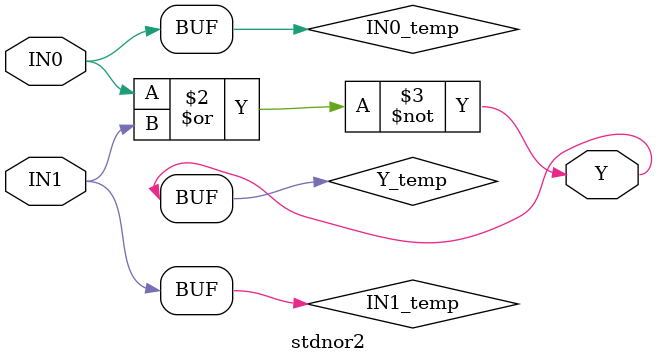
<source format=v>
module stdnor2(IN0,IN1,Y);
  parameter
        d_IN0_r = 0,
        d_IN0_f = 0,
        d_IN1_r = 0,
        d_IN1_f = 0,
        d_Y_r = 1,
        d_Y_f = 1;
  input  IN0;
  input  IN1;
  output  Y;
  wire  IN0_temp;
  wire  IN1_temp;
  reg  Y_temp;
  assign #(d_IN0_r,d_IN0_f) IN0_temp = IN0;
  assign #(d_IN1_r,d_IN1_f) IN1_temp = IN1;
  assign #(d_Y_r,d_Y_f) Y = Y_temp;
  always
    @(IN0_temp or IN1_temp)
      begin
      Y_temp = ( ~ (IN0_temp | IN1_temp));
      end
endmodule

</source>
